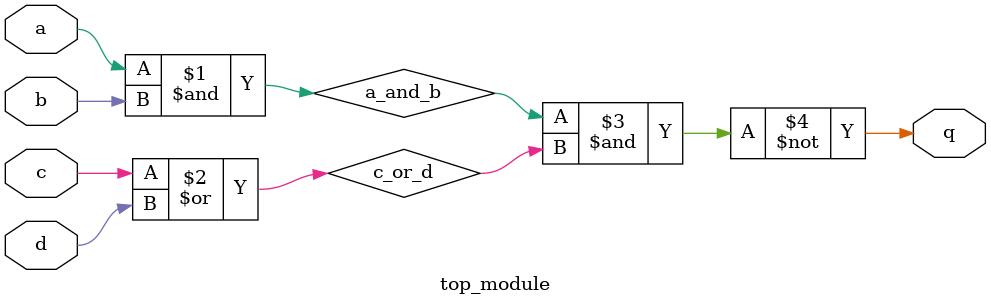
<source format=sv>
module top_module (
	input a, 
	input b, 
	input c, 
	input d,
	output q
);

	/* declare internal wires */
	wire a_and_b;
	wire c_or_d;
	
	/* assign internal wire values */
	assign a_and_b = a & b;
	assign c_or_d = c | d;
	
	/* assign output */
	assign q = ~ (a_and_b & c_or_d);

endmodule

</source>
